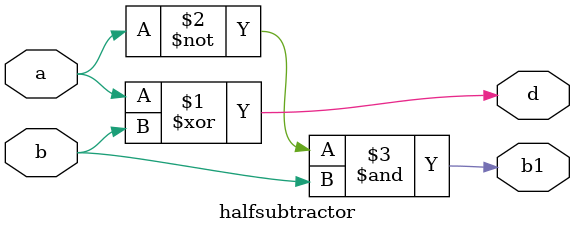
<source format=v>
module halfsubtractor(d,b1,a,b);
input a,b;
output d,b1;
assign d=a^b;
assign b1=~a&b;
endmodule

</source>
